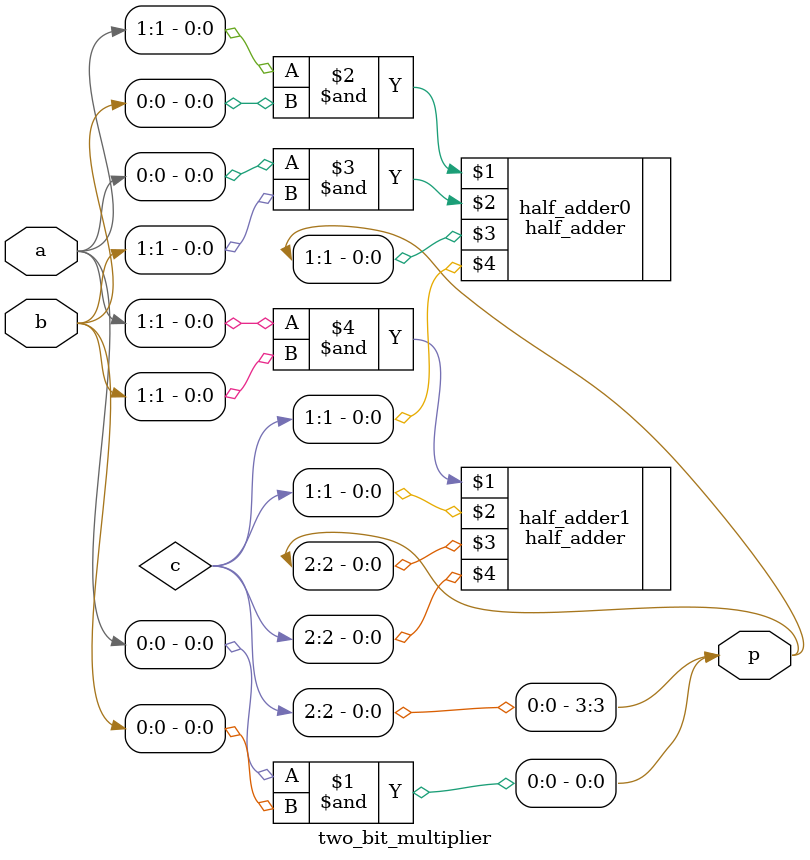
<source format=v>
`include "half_adder.v"


module two_bit_multiplier(a,b,p);
input [1:0] a,b;
output [3:0]p;
wire [2:1]c;

assign p[0]  = (a[0]&b[0]);

half_adder half_adder0((a[1]&b[0]),(a[0]&b[1]),p[1],c[1]);
half_adder half_adder1((a[1]&b[1]),c[1],p[2],c[2]);

assign p[3] = c[2];

endmodule
</source>
